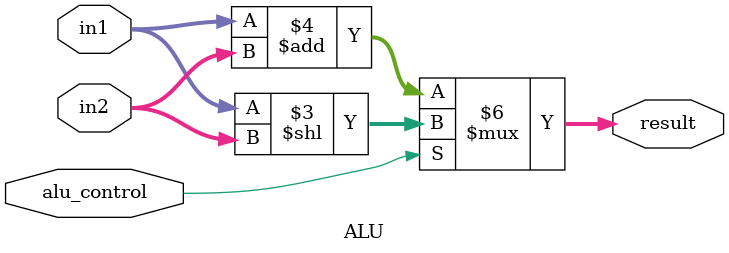
<source format=v>
`timescale 1ns / 1ps


module ALU(
   input wire[7:0] in1, in2,
   input wire alu_control,
   output reg[7:0] result
   //output zero

    );
    

    
    always @(*)
       begin
        if(alu_control == 1)
         begin 
           result =  in1 << in2;
         end
        else
          begin 
            result = in1 + in2;
          end 
       end
       
       //zero flag condition
      // assign zero = (result == {32{1'b0}});
    
    
endmodule

</source>
